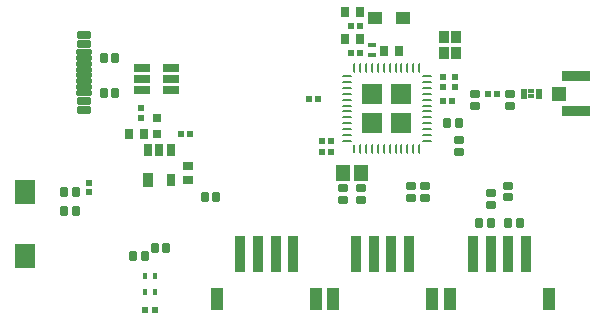
<source format=gtp>
G04*
G04 #@! TF.GenerationSoftware,Altium Limited,Altium Designer,23.0.1 (38)*
G04*
G04 Layer_Color=4408131*
%FSLAX44Y44*%
%MOMM*%
G71*
G04*
G04 #@! TF.SameCoordinates,AA057BD2-FAE9-475E-A33E-1B252B641246*
G04*
G04*
G04 #@! TF.FilePolarity,Positive*
G04*
G01*
G75*
%ADD14R,1.8025X1.8025*%
G04:AMPARAMS|DCode=15|XSize=0.7524mm|YSize=0.8524mm|CornerRadius=0.1512mm|HoleSize=0mm|Usage=FLASHONLY|Rotation=90.000|XOffset=0mm|YOffset=0mm|HoleType=Round|Shape=RoundedRectangle|*
%AMROUNDEDRECTD15*
21,1,0.7524,0.5500,0,0,90.0*
21,1,0.4500,0.8524,0,0,90.0*
1,1,0.3024,0.2750,0.2250*
1,1,0.3024,0.2750,-0.2250*
1,1,0.3024,-0.2750,-0.2250*
1,1,0.3024,-0.2750,0.2250*
%
%ADD15ROUNDEDRECTD15*%
G04:AMPARAMS|DCode=16|XSize=0.7524mm|YSize=0.8524mm|CornerRadius=0.1512mm|HoleSize=0mm|Usage=FLASHONLY|Rotation=180.000|XOffset=0mm|YOffset=0mm|HoleType=Round|Shape=RoundedRectangle|*
%AMROUNDEDRECTD16*
21,1,0.7524,0.5500,0,0,180.0*
21,1,0.4500,0.8524,0,0,180.0*
1,1,0.3024,-0.2250,0.2750*
1,1,0.3024,0.2250,0.2750*
1,1,0.3024,0.2250,-0.2750*
1,1,0.3024,-0.2250,-0.2750*
%
%ADD16ROUNDEDRECTD16*%
%ADD17R,0.9024X1.0024*%
%ADD18R,0.6024X0.4424*%
G04:AMPARAMS|DCode=19|XSize=0.4524mm|YSize=1.3024mm|CornerRadius=0.1137mm|HoleSize=0mm|Usage=FLASHONLY|Rotation=270.000|XOffset=0mm|YOffset=0mm|HoleType=Round|Shape=RoundedRectangle|*
%AMROUNDEDRECTD19*
21,1,0.4524,1.0750,0,0,270.0*
21,1,0.2250,1.3024,0,0,270.0*
1,1,0.2274,-0.5375,-0.1125*
1,1,0.2274,-0.5375,0.1125*
1,1,0.2274,0.5375,0.1125*
1,1,0.2274,0.5375,-0.1125*
%
%ADD19ROUNDEDRECTD19*%
G04:AMPARAMS|DCode=20|XSize=0.7524mm|YSize=1.1524mm|CornerRadius=0.1512mm|HoleSize=0mm|Usage=FLASHONLY|Rotation=270.000|XOffset=0mm|YOffset=0mm|HoleType=Round|Shape=RoundedRectangle|*
%AMROUNDEDRECTD20*
21,1,0.7524,0.8500,0,0,270.0*
21,1,0.4500,1.1524,0,0,270.0*
1,1,0.3024,-0.4250,-0.2250*
1,1,0.3024,-0.4250,0.2250*
1,1,0.3024,0.4250,0.2250*
1,1,0.3024,0.4250,-0.2250*
%
%ADD20ROUNDEDRECTD20*%
%ADD21R,1.1524X1.1524*%
%ADD22R,2.3524X0.9484*%
%ADD23R,2.3524X0.9230*%
%ADD24R,0.5024X0.8524*%
%ADD25R,0.5200X0.5200*%
%ADD26R,0.8524X3.0524*%
%ADD27R,1.1000X1.9000*%
%ADD28R,0.3000X0.5000*%
%ADD29R,0.5200X0.5200*%
%ADD30R,1.7524X2.1524*%
%ADD31R,1.1524X1.4024*%
%ADD32R,0.2425X0.7826*%
G04:AMPARAMS|DCode=33|XSize=0.7826mm|YSize=0.2425mm|CornerRadius=0.1212mm|HoleSize=0mm|Usage=FLASHONLY|Rotation=90.000|XOffset=0mm|YOffset=0mm|HoleType=Round|Shape=RoundedRectangle|*
%AMROUNDEDRECTD33*
21,1,0.7826,0.0000,0,0,90.0*
21,1,0.5402,0.2425,0,0,90.0*
1,1,0.2425,0.0000,0.2701*
1,1,0.2425,0.0000,-0.2701*
1,1,0.2425,0.0000,-0.2701*
1,1,0.2425,0.0000,0.2701*
%
%ADD33ROUNDEDRECTD33*%
G04:AMPARAMS|DCode=34|XSize=0.2425mm|YSize=0.7826mm|CornerRadius=0.1212mm|HoleSize=0mm|Usage=FLASHONLY|Rotation=90.000|XOffset=0mm|YOffset=0mm|HoleType=Round|Shape=RoundedRectangle|*
%AMROUNDEDRECTD34*
21,1,0.2425,0.5402,0,0,90.0*
21,1,0.0000,0.7826,0,0,90.0*
1,1,0.2425,0.2701,0.0000*
1,1,0.2425,0.2701,0.0000*
1,1,0.2425,-0.2701,0.0000*
1,1,0.2425,-0.2701,0.0000*
%
%ADD34ROUNDEDRECTD34*%
%ADD35R,1.1500X1.0000*%
%ADD36R,0.6500X0.3500*%
%ADD37R,1.3524X0.7524*%
%ADD38R,0.7000X0.6500*%
%ADD39R,0.7581X0.8121*%
%ADD40R,0.6600X1.0000*%
%ADD41R,0.8124X1.1524*%
%ADD42R,0.8121X0.7581*%
%ADD43R,0.5153X0.4725*%
D14*
X316426Y171646D02*
D03*
Y196654D02*
D03*
X341434Y171646D02*
D03*
Y196654D02*
D03*
D15*
X349825Y108420D02*
D03*
Y118420D02*
D03*
X361375D02*
D03*
Y108420D02*
D03*
X416934Y102442D02*
D03*
Y112442D02*
D03*
X431934Y118942D02*
D03*
Y108942D02*
D03*
X389810Y157400D02*
D03*
X403606Y186650D02*
D03*
Y196650D02*
D03*
X433578Y186650D02*
D03*
Y196650D02*
D03*
X307220Y116760D02*
D03*
Y106760D02*
D03*
X389810Y147400D02*
D03*
X292220Y116760D02*
D03*
Y106760D02*
D03*
D16*
X114390Y59166D02*
D03*
X124390D02*
D03*
X379810Y171650D02*
D03*
X389810D02*
D03*
X441934Y87122D02*
D03*
X431934D02*
D03*
X406934D02*
D03*
X416934D02*
D03*
X184785Y109173D02*
D03*
X174785D02*
D03*
X65594Y113106D02*
D03*
X55594D02*
D03*
X65594Y97536D02*
D03*
X55594D02*
D03*
X132390Y66024D02*
D03*
X142390D02*
D03*
X99234Y227130D02*
D03*
X89234D02*
D03*
X99234Y197104D02*
D03*
X89234D02*
D03*
D17*
X377444Y231394D02*
D03*
X387944Y244894D02*
D03*
X377444D02*
D03*
X387944Y231394D02*
D03*
D18*
X451358Y198920D02*
D03*
Y194380D02*
D03*
D19*
X72289Y207130D02*
D03*
Y202130D02*
D03*
Y232130D02*
D03*
Y227130D02*
D03*
Y197130D02*
D03*
Y212130D02*
D03*
Y222130D02*
D03*
Y217130D02*
D03*
D20*
X73000Y246630D02*
D03*
Y190630D02*
D03*
Y182630D02*
D03*
Y238630D02*
D03*
D21*
X474458Y196650D02*
D03*
D22*
X489458Y211400D02*
D03*
D23*
Y181900D02*
D03*
D24*
X445238Y196650D02*
D03*
X457488D02*
D03*
D25*
X386482Y210650D02*
D03*
Y202650D02*
D03*
X376174D02*
D03*
Y210650D02*
D03*
X77060Y121106D02*
D03*
Y113106D02*
D03*
X120650Y184314D02*
D03*
Y176314D02*
D03*
D26*
X249792Y60774D02*
D03*
X234792D02*
D03*
X219792D02*
D03*
X204792D02*
D03*
X302926D02*
D03*
X317926D02*
D03*
X332926D02*
D03*
X347926D02*
D03*
X446934D02*
D03*
X431934D02*
D03*
X416934D02*
D03*
X401934D02*
D03*
D27*
X269292Y22774D02*
D03*
X185292D02*
D03*
X283426D02*
D03*
X367426D02*
D03*
X466434D02*
D03*
X382434D02*
D03*
D28*
X132390Y42656D02*
D03*
X124390D02*
D03*
Y28656D02*
D03*
X132390D02*
D03*
D29*
Y13304D02*
D03*
X124390D02*
D03*
X262890Y192532D02*
D03*
X270890D02*
D03*
X162481Y162814D02*
D03*
X154481D02*
D03*
X376238Y190380D02*
D03*
X384238D02*
D03*
X298430Y231140D02*
D03*
X306430D02*
D03*
X298430Y254000D02*
D03*
X306430D02*
D03*
X282130Y156650D02*
D03*
X274130D02*
D03*
Y147598D02*
D03*
X282130D02*
D03*
D30*
X22472Y59106D02*
D03*
Y113106D02*
D03*
D31*
X307220Y129540D02*
D03*
X292220D02*
D03*
D32*
X301430Y150138D02*
D03*
D33*
X306430D02*
D03*
X311430D02*
D03*
X316430D02*
D03*
X321430D02*
D03*
X326430D02*
D03*
X331430D02*
D03*
X336430D02*
D03*
X351430D02*
D03*
X356430D02*
D03*
Y218162D02*
D03*
X306430D02*
D03*
X341430Y150138D02*
D03*
X346430D02*
D03*
X351430Y218162D02*
D03*
X346430D02*
D03*
X341430D02*
D03*
X336430D02*
D03*
X331430D02*
D03*
X326430D02*
D03*
X321430D02*
D03*
X316430D02*
D03*
X311430D02*
D03*
X301430D02*
D03*
D34*
X362943Y171650D02*
D03*
Y191650D02*
D03*
Y196650D02*
D03*
Y201650D02*
D03*
Y206650D02*
D03*
Y211650D02*
D03*
X294918D02*
D03*
Y206650D02*
D03*
Y201650D02*
D03*
Y196650D02*
D03*
Y191650D02*
D03*
Y181650D02*
D03*
Y156650D02*
D03*
X362943D02*
D03*
Y161650D02*
D03*
Y166650D02*
D03*
Y176650D02*
D03*
Y181650D02*
D03*
Y186650D02*
D03*
X294918D02*
D03*
Y176650D02*
D03*
Y171650D02*
D03*
Y166650D02*
D03*
Y161650D02*
D03*
D35*
X318970Y260604D02*
D03*
X342470D02*
D03*
D36*
X316430Y237930D02*
D03*
Y229430D02*
D03*
D37*
X121358Y199796D02*
D03*
Y218796D02*
D03*
X146358Y199796D02*
D03*
Y218796D02*
D03*
X121358Y209296D02*
D03*
X146358D02*
D03*
D38*
X134630Y176314D02*
D03*
Y162814D02*
D03*
D39*
X110904D02*
D03*
X123444D02*
D03*
X326430Y232410D02*
D03*
X338970D02*
D03*
X306430Y242570D02*
D03*
X293890D02*
D03*
X306430Y265430D02*
D03*
X293890D02*
D03*
D40*
X146050Y123190D02*
D03*
X127050Y149190D02*
D03*
X136550D02*
D03*
X146050D02*
D03*
D41*
X127050Y123190D02*
D03*
D42*
X160274Y135730D02*
D03*
Y123190D02*
D03*
D43*
X414806Y196650D02*
D03*
X422378D02*
D03*
M02*

</source>
